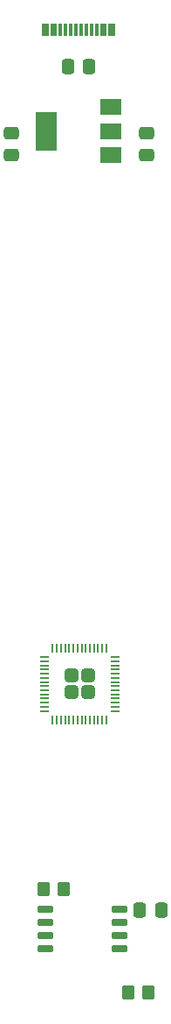
<source format=gbr>
%TF.GenerationSoftware,KiCad,Pcbnew,7.0.7*%
%TF.CreationDate,2023-10-04T19:00:40+09:00*%
%TF.ProjectId,Sixtar-Switch,53697874-6172-42d5-9377-697463682e6b,rev?*%
%TF.SameCoordinates,Original*%
%TF.FileFunction,Paste,Top*%
%TF.FilePolarity,Positive*%
%FSLAX46Y46*%
G04 Gerber Fmt 4.6, Leading zero omitted, Abs format (unit mm)*
G04 Created by KiCad (PCBNEW 7.0.7) date 2023-10-04 19:00:40*
%MOMM*%
%LPD*%
G01*
G04 APERTURE LIST*
G04 Aperture macros list*
%AMRoundRect*
0 Rectangle with rounded corners*
0 $1 Rounding radius*
0 $2 $3 $4 $5 $6 $7 $8 $9 X,Y pos of 4 corners*
0 Add a 4 corners polygon primitive as box body*
4,1,4,$2,$3,$4,$5,$6,$7,$8,$9,$2,$3,0*
0 Add four circle primitives for the rounded corners*
1,1,$1+$1,$2,$3*
1,1,$1+$1,$4,$5*
1,1,$1+$1,$6,$7*
1,1,$1+$1,$8,$9*
0 Add four rect primitives between the rounded corners*
20,1,$1+$1,$2,$3,$4,$5,0*
20,1,$1+$1,$4,$5,$6,$7,0*
20,1,$1+$1,$6,$7,$8,$9,0*
20,1,$1+$1,$8,$9,$2,$3,0*%
G04 Aperture macros list end*
%ADD10RoundRect,0.050000X-0.050000X-0.387500X0.050000X-0.387500X0.050000X0.387500X-0.050000X0.387500X0*%
%ADD11RoundRect,0.050000X-0.387500X-0.050000X0.387500X-0.050000X0.387500X0.050000X-0.387500X0.050000X0*%
%ADD12RoundRect,0.249999X-0.395001X-0.395001X0.395001X-0.395001X0.395001X0.395001X-0.395001X0.395001X0*%
%ADD13RoundRect,0.250000X0.475000X-0.337500X0.475000X0.337500X-0.475000X0.337500X-0.475000X-0.337500X0*%
%ADD14RoundRect,0.250000X-0.337500X-0.475000X0.337500X-0.475000X0.337500X0.475000X-0.337500X0.475000X0*%
%ADD15R,2.000000X1.500000*%
%ADD16R,2.000000X3.800000*%
%ADD17RoundRect,0.150000X-0.650000X-0.150000X0.650000X-0.150000X0.650000X0.150000X-0.650000X0.150000X0*%
%ADD18RoundRect,0.250000X-0.350000X-0.450000X0.350000X-0.450000X0.350000X0.450000X-0.350000X0.450000X0*%
%ADD19R,0.300000X1.150000*%
G04 APERTURE END LIST*
D10*
%TO.C,U3*%
X135500000Y-85262500D03*
X135900000Y-85262500D03*
X136300000Y-85262500D03*
X136700000Y-85262500D03*
X137100000Y-85262500D03*
X137500000Y-85262500D03*
X137900000Y-85262500D03*
X138300000Y-85262500D03*
X138700000Y-85262500D03*
X139100000Y-85262500D03*
X139500000Y-85262500D03*
X139900000Y-85262500D03*
X140300000Y-85262500D03*
X140700000Y-85262500D03*
D11*
X141537500Y-86100000D03*
X141537500Y-86500000D03*
X141537500Y-86900000D03*
X141537500Y-87300000D03*
X141537500Y-87700000D03*
X141537500Y-88100000D03*
X141537500Y-88500000D03*
X141537500Y-88900000D03*
X141537500Y-89300000D03*
X141537500Y-89700000D03*
X141537500Y-90100000D03*
X141537500Y-90500000D03*
X141537500Y-90900000D03*
X141537500Y-91300000D03*
D10*
X140700000Y-92137500D03*
X140300000Y-92137500D03*
X139900000Y-92137500D03*
X139500000Y-92137500D03*
X139100000Y-92137500D03*
X138700000Y-92137500D03*
X138300000Y-92137500D03*
X137900000Y-92137500D03*
X137500000Y-92137500D03*
X137100000Y-92137500D03*
X136700000Y-92137500D03*
X136300000Y-92137500D03*
X135900000Y-92137500D03*
X135500000Y-92137500D03*
D11*
X134662500Y-91300000D03*
X134662500Y-90900000D03*
X134662500Y-90500000D03*
X134662500Y-90100000D03*
X134662500Y-89700000D03*
X134662500Y-89300000D03*
X134662500Y-88900000D03*
X134662500Y-88500000D03*
X134662500Y-88100000D03*
X134662500Y-87700000D03*
X134662500Y-87300000D03*
X134662500Y-86900000D03*
X134662500Y-86500000D03*
X134662500Y-86100000D03*
D12*
X138900000Y-89500000D03*
X138900000Y-87900000D03*
X137300000Y-89500000D03*
X137300000Y-87900000D03*
%TD*%
D13*
%TO.C,C2*%
X144630000Y-37547500D03*
X144630000Y-35472500D03*
%TD*%
D14*
%TO.C,C4*%
X143952500Y-110520000D03*
X146027500Y-110520000D03*
%TD*%
D15*
%TO.C,U1*%
X141150000Y-37550000D03*
X141150000Y-35250000D03*
D16*
X134850000Y-35250000D03*
D15*
X141150000Y-32950000D03*
%TD*%
D13*
%TO.C,C3*%
X131500000Y-37547500D03*
X131500000Y-35472500D03*
%TD*%
D17*
%TO.C,U2*%
X134800000Y-110495000D03*
X134800000Y-111765000D03*
X134800000Y-113035000D03*
X134800000Y-114305000D03*
X142000000Y-114305000D03*
X142000000Y-113035000D03*
X142000000Y-111765000D03*
X142000000Y-110495000D03*
%TD*%
D18*
%TO.C,R9*%
X136600000Y-108550000D03*
X134600000Y-108550000D03*
%TD*%
D14*
%TO.C,C1*%
X136962500Y-29050000D03*
X139037500Y-29050000D03*
%TD*%
D19*
%TO.C,J1*%
X141350000Y-25470000D03*
X140550000Y-25470000D03*
X139250000Y-25470000D03*
X138250000Y-25470000D03*
X137750000Y-25470000D03*
X136750000Y-25470000D03*
X135450000Y-25470000D03*
X134650000Y-25470000D03*
X134950000Y-25470000D03*
X135750000Y-25470000D03*
X136250000Y-25470000D03*
X137250000Y-25470000D03*
X138750000Y-25470000D03*
X139750000Y-25470000D03*
X140250000Y-25470000D03*
X141050000Y-25470000D03*
%TD*%
D18*
%TO.C,R10*%
X142800000Y-118500000D03*
X144800000Y-118500000D03*
%TD*%
M02*

</source>
